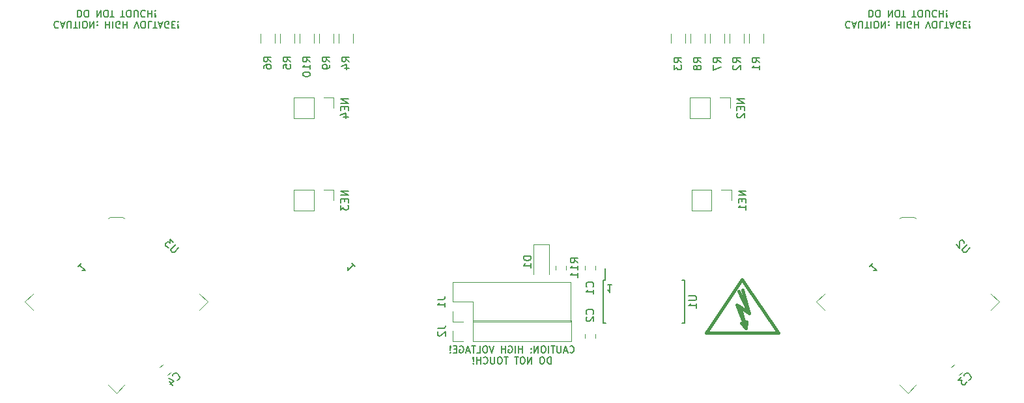
<source format=gbr>
G04 #@! TF.GenerationSoftware,KiCad,Pcbnew,8.0.4*
G04 #@! TF.CreationDate,2024-10-10T21:21:18-07:00*
G04 #@! TF.ProjectId,B5991,42353939-312e-46b6-9963-61645f706362,rev?*
G04 #@! TF.SameCoordinates,Original*
G04 #@! TF.FileFunction,Legend,Bot*
G04 #@! TF.FilePolarity,Positive*
%FSLAX46Y46*%
G04 Gerber Fmt 4.6, Leading zero omitted, Abs format (unit mm)*
G04 Created by KiCad (PCBNEW 8.0.4) date 2024-10-10 21:21:18*
%MOMM*%
%LPD*%
G01*
G04 APERTURE LIST*
%ADD10C,0.150000*%
%ADD11C,0.152400*%
%ADD12C,0.381000*%
%ADD13C,0.120000*%
G04 APERTURE END LIST*
D10*
X92742825Y-110575963D02*
X92338764Y-110980024D01*
X92540794Y-110777994D02*
X93247901Y-111485100D01*
X93247901Y-111485100D02*
X93079542Y-111451429D01*
X93079542Y-111451429D02*
X92944855Y-111451429D01*
X92944855Y-111451429D02*
X92843840Y-111485100D01*
X161728114Y-113311780D02*
X161156686Y-113311780D01*
X161442400Y-113311780D02*
X161442400Y-114311780D01*
X161442400Y-114311780D02*
X161347162Y-114168923D01*
X161347162Y-114168923D02*
X161251924Y-114073685D01*
X161251924Y-114073685D02*
X161156686Y-114026066D01*
X128311036Y-110980025D02*
X127906975Y-110575964D01*
X128109005Y-110777994D02*
X127401899Y-111485101D01*
X127401899Y-111485101D02*
X127435570Y-111316742D01*
X127435570Y-111316742D02*
X127435570Y-111182055D01*
X127435570Y-111182055D02*
X127401899Y-111081040D01*
D11*
X156256564Y-122132657D02*
X156298897Y-122174991D01*
X156298897Y-122174991D02*
X156425897Y-122217324D01*
X156425897Y-122217324D02*
X156510564Y-122217324D01*
X156510564Y-122217324D02*
X156637564Y-122174991D01*
X156637564Y-122174991D02*
X156722231Y-122090324D01*
X156722231Y-122090324D02*
X156764564Y-122005657D01*
X156764564Y-122005657D02*
X156806897Y-121836324D01*
X156806897Y-121836324D02*
X156806897Y-121709324D01*
X156806897Y-121709324D02*
X156764564Y-121539991D01*
X156764564Y-121539991D02*
X156722231Y-121455324D01*
X156722231Y-121455324D02*
X156637564Y-121370657D01*
X156637564Y-121370657D02*
X156510564Y-121328324D01*
X156510564Y-121328324D02*
X156425897Y-121328324D01*
X156425897Y-121328324D02*
X156298897Y-121370657D01*
X156298897Y-121370657D02*
X156256564Y-121412991D01*
X155917897Y-121963324D02*
X155494564Y-121963324D01*
X156002564Y-122217324D02*
X155706231Y-121328324D01*
X155706231Y-121328324D02*
X155409897Y-122217324D01*
X155113564Y-121328324D02*
X155113564Y-122047991D01*
X155113564Y-122047991D02*
X155071231Y-122132657D01*
X155071231Y-122132657D02*
X155028897Y-122174991D01*
X155028897Y-122174991D02*
X154944231Y-122217324D01*
X154944231Y-122217324D02*
X154774897Y-122217324D01*
X154774897Y-122217324D02*
X154690231Y-122174991D01*
X154690231Y-122174991D02*
X154647897Y-122132657D01*
X154647897Y-122132657D02*
X154605564Y-122047991D01*
X154605564Y-122047991D02*
X154605564Y-121328324D01*
X154309231Y-121328324D02*
X153801231Y-121328324D01*
X154055231Y-122217324D02*
X154055231Y-121328324D01*
X153504898Y-122217324D02*
X153504898Y-121328324D01*
X152912232Y-121328324D02*
X152742898Y-121328324D01*
X152742898Y-121328324D02*
X152658232Y-121370657D01*
X152658232Y-121370657D02*
X152573565Y-121455324D01*
X152573565Y-121455324D02*
X152531232Y-121624657D01*
X152531232Y-121624657D02*
X152531232Y-121920991D01*
X152531232Y-121920991D02*
X152573565Y-122090324D01*
X152573565Y-122090324D02*
X152658232Y-122174991D01*
X152658232Y-122174991D02*
X152742898Y-122217324D01*
X152742898Y-122217324D02*
X152912232Y-122217324D01*
X152912232Y-122217324D02*
X152996898Y-122174991D01*
X152996898Y-122174991D02*
X153081565Y-122090324D01*
X153081565Y-122090324D02*
X153123898Y-121920991D01*
X153123898Y-121920991D02*
X153123898Y-121624657D01*
X153123898Y-121624657D02*
X153081565Y-121455324D01*
X153081565Y-121455324D02*
X152996898Y-121370657D01*
X152996898Y-121370657D02*
X152912232Y-121328324D01*
X152150232Y-122217324D02*
X152150232Y-121328324D01*
X152150232Y-121328324D02*
X151642232Y-122217324D01*
X151642232Y-122217324D02*
X151642232Y-121328324D01*
X151218899Y-122132657D02*
X151176566Y-122174991D01*
X151176566Y-122174991D02*
X151218899Y-122217324D01*
X151218899Y-122217324D02*
X151261232Y-122174991D01*
X151261232Y-122174991D02*
X151218899Y-122132657D01*
X151218899Y-122132657D02*
X151218899Y-122217324D01*
X151218899Y-121666991D02*
X151176566Y-121709324D01*
X151176566Y-121709324D02*
X151218899Y-121751657D01*
X151218899Y-121751657D02*
X151261232Y-121709324D01*
X151261232Y-121709324D02*
X151218899Y-121666991D01*
X151218899Y-121666991D02*
X151218899Y-121751657D01*
X150118233Y-122217324D02*
X150118233Y-121328324D01*
X150118233Y-121751657D02*
X149610233Y-121751657D01*
X149610233Y-122217324D02*
X149610233Y-121328324D01*
X149186900Y-122217324D02*
X149186900Y-121328324D01*
X148297900Y-121370657D02*
X148382567Y-121328324D01*
X148382567Y-121328324D02*
X148509567Y-121328324D01*
X148509567Y-121328324D02*
X148636567Y-121370657D01*
X148636567Y-121370657D02*
X148721234Y-121455324D01*
X148721234Y-121455324D02*
X148763567Y-121539991D01*
X148763567Y-121539991D02*
X148805900Y-121709324D01*
X148805900Y-121709324D02*
X148805900Y-121836324D01*
X148805900Y-121836324D02*
X148763567Y-122005657D01*
X148763567Y-122005657D02*
X148721234Y-122090324D01*
X148721234Y-122090324D02*
X148636567Y-122174991D01*
X148636567Y-122174991D02*
X148509567Y-122217324D01*
X148509567Y-122217324D02*
X148424900Y-122217324D01*
X148424900Y-122217324D02*
X148297900Y-122174991D01*
X148297900Y-122174991D02*
X148255567Y-122132657D01*
X148255567Y-122132657D02*
X148255567Y-121836324D01*
X148255567Y-121836324D02*
X148424900Y-121836324D01*
X147874567Y-122217324D02*
X147874567Y-121328324D01*
X147874567Y-121751657D02*
X147366567Y-121751657D01*
X147366567Y-122217324D02*
X147366567Y-121328324D01*
X146392901Y-121328324D02*
X146096568Y-122217324D01*
X146096568Y-122217324D02*
X145800234Y-121328324D01*
X145334568Y-121328324D02*
X145165234Y-121328324D01*
X145165234Y-121328324D02*
X145080568Y-121370657D01*
X145080568Y-121370657D02*
X144995901Y-121455324D01*
X144995901Y-121455324D02*
X144953568Y-121624657D01*
X144953568Y-121624657D02*
X144953568Y-121920991D01*
X144953568Y-121920991D02*
X144995901Y-122090324D01*
X144995901Y-122090324D02*
X145080568Y-122174991D01*
X145080568Y-122174991D02*
X145165234Y-122217324D01*
X145165234Y-122217324D02*
X145334568Y-122217324D01*
X145334568Y-122217324D02*
X145419234Y-122174991D01*
X145419234Y-122174991D02*
X145503901Y-122090324D01*
X145503901Y-122090324D02*
X145546234Y-121920991D01*
X145546234Y-121920991D02*
X145546234Y-121624657D01*
X145546234Y-121624657D02*
X145503901Y-121455324D01*
X145503901Y-121455324D02*
X145419234Y-121370657D01*
X145419234Y-121370657D02*
X145334568Y-121328324D01*
X144149235Y-122217324D02*
X144572568Y-122217324D01*
X144572568Y-122217324D02*
X144572568Y-121328324D01*
X143979901Y-121328324D02*
X143471901Y-121328324D01*
X143725901Y-122217324D02*
X143725901Y-121328324D01*
X143217901Y-121963324D02*
X142794568Y-121963324D01*
X143302568Y-122217324D02*
X143006235Y-121328324D01*
X143006235Y-121328324D02*
X142709901Y-122217324D01*
X141947901Y-121370657D02*
X142032568Y-121328324D01*
X142032568Y-121328324D02*
X142159568Y-121328324D01*
X142159568Y-121328324D02*
X142286568Y-121370657D01*
X142286568Y-121370657D02*
X142371235Y-121455324D01*
X142371235Y-121455324D02*
X142413568Y-121539991D01*
X142413568Y-121539991D02*
X142455901Y-121709324D01*
X142455901Y-121709324D02*
X142455901Y-121836324D01*
X142455901Y-121836324D02*
X142413568Y-122005657D01*
X142413568Y-122005657D02*
X142371235Y-122090324D01*
X142371235Y-122090324D02*
X142286568Y-122174991D01*
X142286568Y-122174991D02*
X142159568Y-122217324D01*
X142159568Y-122217324D02*
X142074901Y-122217324D01*
X142074901Y-122217324D02*
X141947901Y-122174991D01*
X141947901Y-122174991D02*
X141905568Y-122132657D01*
X141905568Y-122132657D02*
X141905568Y-121836324D01*
X141905568Y-121836324D02*
X142074901Y-121836324D01*
X141524568Y-121751657D02*
X141228235Y-121751657D01*
X141101235Y-122217324D02*
X141524568Y-122217324D01*
X141524568Y-122217324D02*
X141524568Y-121328324D01*
X141524568Y-121328324D02*
X141101235Y-121328324D01*
X140720235Y-122132657D02*
X140677902Y-122174991D01*
X140677902Y-122174991D02*
X140720235Y-122217324D01*
X140720235Y-122217324D02*
X140762568Y-122174991D01*
X140762568Y-122174991D02*
X140720235Y-122132657D01*
X140720235Y-122132657D02*
X140720235Y-122217324D01*
X140720235Y-121878657D02*
X140762568Y-121370657D01*
X140762568Y-121370657D02*
X140720235Y-121328324D01*
X140720235Y-121328324D02*
X140677902Y-121370657D01*
X140677902Y-121370657D02*
X140720235Y-121878657D01*
X140720235Y-121878657D02*
X140720235Y-121328324D01*
X153780064Y-123648564D02*
X153780064Y-122759564D01*
X153780064Y-122759564D02*
X153568397Y-122759564D01*
X153568397Y-122759564D02*
X153441397Y-122801897D01*
X153441397Y-122801897D02*
X153356731Y-122886564D01*
X153356731Y-122886564D02*
X153314397Y-122971231D01*
X153314397Y-122971231D02*
X153272064Y-123140564D01*
X153272064Y-123140564D02*
X153272064Y-123267564D01*
X153272064Y-123267564D02*
X153314397Y-123436897D01*
X153314397Y-123436897D02*
X153356731Y-123521564D01*
X153356731Y-123521564D02*
X153441397Y-123606231D01*
X153441397Y-123606231D02*
X153568397Y-123648564D01*
X153568397Y-123648564D02*
X153780064Y-123648564D01*
X152721731Y-122759564D02*
X152552397Y-122759564D01*
X152552397Y-122759564D02*
X152467731Y-122801897D01*
X152467731Y-122801897D02*
X152383064Y-122886564D01*
X152383064Y-122886564D02*
X152340731Y-123055897D01*
X152340731Y-123055897D02*
X152340731Y-123352231D01*
X152340731Y-123352231D02*
X152383064Y-123521564D01*
X152383064Y-123521564D02*
X152467731Y-123606231D01*
X152467731Y-123606231D02*
X152552397Y-123648564D01*
X152552397Y-123648564D02*
X152721731Y-123648564D01*
X152721731Y-123648564D02*
X152806397Y-123606231D01*
X152806397Y-123606231D02*
X152891064Y-123521564D01*
X152891064Y-123521564D02*
X152933397Y-123352231D01*
X152933397Y-123352231D02*
X152933397Y-123055897D01*
X152933397Y-123055897D02*
X152891064Y-122886564D01*
X152891064Y-122886564D02*
X152806397Y-122801897D01*
X152806397Y-122801897D02*
X152721731Y-122759564D01*
X151282398Y-123648564D02*
X151282398Y-122759564D01*
X151282398Y-122759564D02*
X150774398Y-123648564D01*
X150774398Y-123648564D02*
X150774398Y-122759564D01*
X150181732Y-122759564D02*
X150012398Y-122759564D01*
X150012398Y-122759564D02*
X149927732Y-122801897D01*
X149927732Y-122801897D02*
X149843065Y-122886564D01*
X149843065Y-122886564D02*
X149800732Y-123055897D01*
X149800732Y-123055897D02*
X149800732Y-123352231D01*
X149800732Y-123352231D02*
X149843065Y-123521564D01*
X149843065Y-123521564D02*
X149927732Y-123606231D01*
X149927732Y-123606231D02*
X150012398Y-123648564D01*
X150012398Y-123648564D02*
X150181732Y-123648564D01*
X150181732Y-123648564D02*
X150266398Y-123606231D01*
X150266398Y-123606231D02*
X150351065Y-123521564D01*
X150351065Y-123521564D02*
X150393398Y-123352231D01*
X150393398Y-123352231D02*
X150393398Y-123055897D01*
X150393398Y-123055897D02*
X150351065Y-122886564D01*
X150351065Y-122886564D02*
X150266398Y-122801897D01*
X150266398Y-122801897D02*
X150181732Y-122759564D01*
X149546732Y-122759564D02*
X149038732Y-122759564D01*
X149292732Y-123648564D02*
X149292732Y-122759564D01*
X148192066Y-122759564D02*
X147684066Y-122759564D01*
X147938066Y-123648564D02*
X147938066Y-122759564D01*
X147218400Y-122759564D02*
X147049066Y-122759564D01*
X147049066Y-122759564D02*
X146964400Y-122801897D01*
X146964400Y-122801897D02*
X146879733Y-122886564D01*
X146879733Y-122886564D02*
X146837400Y-123055897D01*
X146837400Y-123055897D02*
X146837400Y-123352231D01*
X146837400Y-123352231D02*
X146879733Y-123521564D01*
X146879733Y-123521564D02*
X146964400Y-123606231D01*
X146964400Y-123606231D02*
X147049066Y-123648564D01*
X147049066Y-123648564D02*
X147218400Y-123648564D01*
X147218400Y-123648564D02*
X147303066Y-123606231D01*
X147303066Y-123606231D02*
X147387733Y-123521564D01*
X147387733Y-123521564D02*
X147430066Y-123352231D01*
X147430066Y-123352231D02*
X147430066Y-123055897D01*
X147430066Y-123055897D02*
X147387733Y-122886564D01*
X147387733Y-122886564D02*
X147303066Y-122801897D01*
X147303066Y-122801897D02*
X147218400Y-122759564D01*
X146456400Y-122759564D02*
X146456400Y-123479231D01*
X146456400Y-123479231D02*
X146414067Y-123563897D01*
X146414067Y-123563897D02*
X146371733Y-123606231D01*
X146371733Y-123606231D02*
X146287067Y-123648564D01*
X146287067Y-123648564D02*
X146117733Y-123648564D01*
X146117733Y-123648564D02*
X146033067Y-123606231D01*
X146033067Y-123606231D02*
X145990733Y-123563897D01*
X145990733Y-123563897D02*
X145948400Y-123479231D01*
X145948400Y-123479231D02*
X145948400Y-122759564D01*
X145017067Y-123563897D02*
X145059400Y-123606231D01*
X145059400Y-123606231D02*
X145186400Y-123648564D01*
X145186400Y-123648564D02*
X145271067Y-123648564D01*
X145271067Y-123648564D02*
X145398067Y-123606231D01*
X145398067Y-123606231D02*
X145482734Y-123521564D01*
X145482734Y-123521564D02*
X145525067Y-123436897D01*
X145525067Y-123436897D02*
X145567400Y-123267564D01*
X145567400Y-123267564D02*
X145567400Y-123140564D01*
X145567400Y-123140564D02*
X145525067Y-122971231D01*
X145525067Y-122971231D02*
X145482734Y-122886564D01*
X145482734Y-122886564D02*
X145398067Y-122801897D01*
X145398067Y-122801897D02*
X145271067Y-122759564D01*
X145271067Y-122759564D02*
X145186400Y-122759564D01*
X145186400Y-122759564D02*
X145059400Y-122801897D01*
X145059400Y-122801897D02*
X145017067Y-122844231D01*
X144636067Y-123648564D02*
X144636067Y-122759564D01*
X144636067Y-123182897D02*
X144128067Y-123182897D01*
X144128067Y-123648564D02*
X144128067Y-122759564D01*
X143704734Y-123563897D02*
X143662401Y-123606231D01*
X143662401Y-123606231D02*
X143704734Y-123648564D01*
X143704734Y-123648564D02*
X143747067Y-123606231D01*
X143747067Y-123606231D02*
X143704734Y-123563897D01*
X143704734Y-123563897D02*
X143704734Y-123648564D01*
X143704734Y-123309897D02*
X143747067Y-122801897D01*
X143747067Y-122801897D02*
X143704734Y-122759564D01*
X143704734Y-122759564D02*
X143662401Y-122801897D01*
X143662401Y-122801897D02*
X143704734Y-123309897D01*
X143704734Y-123309897D02*
X143704734Y-122759564D01*
X89793235Y-79111542D02*
X89750902Y-79069209D01*
X89750902Y-79069209D02*
X89623902Y-79026875D01*
X89623902Y-79026875D02*
X89539235Y-79026875D01*
X89539235Y-79026875D02*
X89412235Y-79069209D01*
X89412235Y-79069209D02*
X89327569Y-79153875D01*
X89327569Y-79153875D02*
X89285235Y-79238542D01*
X89285235Y-79238542D02*
X89242902Y-79407875D01*
X89242902Y-79407875D02*
X89242902Y-79534875D01*
X89242902Y-79534875D02*
X89285235Y-79704209D01*
X89285235Y-79704209D02*
X89327569Y-79788875D01*
X89327569Y-79788875D02*
X89412235Y-79873542D01*
X89412235Y-79873542D02*
X89539235Y-79915875D01*
X89539235Y-79915875D02*
X89623902Y-79915875D01*
X89623902Y-79915875D02*
X89750902Y-79873542D01*
X89750902Y-79873542D02*
X89793235Y-79831209D01*
X90131902Y-79280875D02*
X90555235Y-79280875D01*
X90047235Y-79026875D02*
X90343569Y-79915875D01*
X90343569Y-79915875D02*
X90639902Y-79026875D01*
X90936235Y-79915875D02*
X90936235Y-79196209D01*
X90936235Y-79196209D02*
X90978569Y-79111542D01*
X90978569Y-79111542D02*
X91020902Y-79069209D01*
X91020902Y-79069209D02*
X91105569Y-79026875D01*
X91105569Y-79026875D02*
X91274902Y-79026875D01*
X91274902Y-79026875D02*
X91359569Y-79069209D01*
X91359569Y-79069209D02*
X91401902Y-79111542D01*
X91401902Y-79111542D02*
X91444235Y-79196209D01*
X91444235Y-79196209D02*
X91444235Y-79915875D01*
X91740568Y-79915875D02*
X92248568Y-79915875D01*
X91994568Y-79026875D02*
X91994568Y-79915875D01*
X92544901Y-79026875D02*
X92544901Y-79915875D01*
X93137568Y-79915875D02*
X93306901Y-79915875D01*
X93306901Y-79915875D02*
X93391568Y-79873542D01*
X93391568Y-79873542D02*
X93476234Y-79788875D01*
X93476234Y-79788875D02*
X93518568Y-79619542D01*
X93518568Y-79619542D02*
X93518568Y-79323209D01*
X93518568Y-79323209D02*
X93476234Y-79153875D01*
X93476234Y-79153875D02*
X93391568Y-79069209D01*
X93391568Y-79069209D02*
X93306901Y-79026875D01*
X93306901Y-79026875D02*
X93137568Y-79026875D01*
X93137568Y-79026875D02*
X93052901Y-79069209D01*
X93052901Y-79069209D02*
X92968234Y-79153875D01*
X92968234Y-79153875D02*
X92925901Y-79323209D01*
X92925901Y-79323209D02*
X92925901Y-79619542D01*
X92925901Y-79619542D02*
X92968234Y-79788875D01*
X92968234Y-79788875D02*
X93052901Y-79873542D01*
X93052901Y-79873542D02*
X93137568Y-79915875D01*
X93899567Y-79026875D02*
X93899567Y-79915875D01*
X93899567Y-79915875D02*
X94407567Y-79026875D01*
X94407567Y-79026875D02*
X94407567Y-79915875D01*
X94830900Y-79111542D02*
X94873234Y-79069209D01*
X94873234Y-79069209D02*
X94830900Y-79026875D01*
X94830900Y-79026875D02*
X94788567Y-79069209D01*
X94788567Y-79069209D02*
X94830900Y-79111542D01*
X94830900Y-79111542D02*
X94830900Y-79026875D01*
X94830900Y-79577209D02*
X94873234Y-79534875D01*
X94873234Y-79534875D02*
X94830900Y-79492542D01*
X94830900Y-79492542D02*
X94788567Y-79534875D01*
X94788567Y-79534875D02*
X94830900Y-79577209D01*
X94830900Y-79577209D02*
X94830900Y-79492542D01*
X95931566Y-79026875D02*
X95931566Y-79915875D01*
X95931566Y-79492542D02*
X96439566Y-79492542D01*
X96439566Y-79026875D02*
X96439566Y-79915875D01*
X96862899Y-79026875D02*
X96862899Y-79915875D01*
X97751899Y-79873542D02*
X97667232Y-79915875D01*
X97667232Y-79915875D02*
X97540232Y-79915875D01*
X97540232Y-79915875D02*
X97413232Y-79873542D01*
X97413232Y-79873542D02*
X97328566Y-79788875D01*
X97328566Y-79788875D02*
X97286232Y-79704209D01*
X97286232Y-79704209D02*
X97243899Y-79534875D01*
X97243899Y-79534875D02*
X97243899Y-79407875D01*
X97243899Y-79407875D02*
X97286232Y-79238542D01*
X97286232Y-79238542D02*
X97328566Y-79153875D01*
X97328566Y-79153875D02*
X97413232Y-79069209D01*
X97413232Y-79069209D02*
X97540232Y-79026875D01*
X97540232Y-79026875D02*
X97624899Y-79026875D01*
X97624899Y-79026875D02*
X97751899Y-79069209D01*
X97751899Y-79069209D02*
X97794232Y-79111542D01*
X97794232Y-79111542D02*
X97794232Y-79407875D01*
X97794232Y-79407875D02*
X97624899Y-79407875D01*
X98175232Y-79026875D02*
X98175232Y-79915875D01*
X98175232Y-79492542D02*
X98683232Y-79492542D01*
X98683232Y-79026875D02*
X98683232Y-79915875D01*
X99656898Y-79915875D02*
X99953232Y-79026875D01*
X99953232Y-79026875D02*
X100249565Y-79915875D01*
X100715232Y-79915875D02*
X100884565Y-79915875D01*
X100884565Y-79915875D02*
X100969232Y-79873542D01*
X100969232Y-79873542D02*
X101053898Y-79788875D01*
X101053898Y-79788875D02*
X101096232Y-79619542D01*
X101096232Y-79619542D02*
X101096232Y-79323209D01*
X101096232Y-79323209D02*
X101053898Y-79153875D01*
X101053898Y-79153875D02*
X100969232Y-79069209D01*
X100969232Y-79069209D02*
X100884565Y-79026875D01*
X100884565Y-79026875D02*
X100715232Y-79026875D01*
X100715232Y-79026875D02*
X100630565Y-79069209D01*
X100630565Y-79069209D02*
X100545898Y-79153875D01*
X100545898Y-79153875D02*
X100503565Y-79323209D01*
X100503565Y-79323209D02*
X100503565Y-79619542D01*
X100503565Y-79619542D02*
X100545898Y-79788875D01*
X100545898Y-79788875D02*
X100630565Y-79873542D01*
X100630565Y-79873542D02*
X100715232Y-79915875D01*
X101900565Y-79026875D02*
X101477231Y-79026875D01*
X101477231Y-79026875D02*
X101477231Y-79915875D01*
X102069898Y-79915875D02*
X102577898Y-79915875D01*
X102323898Y-79026875D02*
X102323898Y-79915875D01*
X102831898Y-79280875D02*
X103255231Y-79280875D01*
X102747231Y-79026875D02*
X103043565Y-79915875D01*
X103043565Y-79915875D02*
X103339898Y-79026875D01*
X104101898Y-79873542D02*
X104017231Y-79915875D01*
X104017231Y-79915875D02*
X103890231Y-79915875D01*
X103890231Y-79915875D02*
X103763231Y-79873542D01*
X103763231Y-79873542D02*
X103678565Y-79788875D01*
X103678565Y-79788875D02*
X103636231Y-79704209D01*
X103636231Y-79704209D02*
X103593898Y-79534875D01*
X103593898Y-79534875D02*
X103593898Y-79407875D01*
X103593898Y-79407875D02*
X103636231Y-79238542D01*
X103636231Y-79238542D02*
X103678565Y-79153875D01*
X103678565Y-79153875D02*
X103763231Y-79069209D01*
X103763231Y-79069209D02*
X103890231Y-79026875D01*
X103890231Y-79026875D02*
X103974898Y-79026875D01*
X103974898Y-79026875D02*
X104101898Y-79069209D01*
X104101898Y-79069209D02*
X104144231Y-79111542D01*
X104144231Y-79111542D02*
X104144231Y-79407875D01*
X104144231Y-79407875D02*
X103974898Y-79407875D01*
X104525231Y-79492542D02*
X104821565Y-79492542D01*
X104948565Y-79026875D02*
X104525231Y-79026875D01*
X104525231Y-79026875D02*
X104525231Y-79915875D01*
X104525231Y-79915875D02*
X104948565Y-79915875D01*
X105329564Y-79111542D02*
X105371898Y-79069209D01*
X105371898Y-79069209D02*
X105329564Y-79026875D01*
X105329564Y-79026875D02*
X105287231Y-79069209D01*
X105287231Y-79069209D02*
X105329564Y-79111542D01*
X105329564Y-79111542D02*
X105329564Y-79026875D01*
X105329564Y-79365542D02*
X105287231Y-79873542D01*
X105287231Y-79873542D02*
X105329564Y-79915875D01*
X105329564Y-79915875D02*
X105371898Y-79873542D01*
X105371898Y-79873542D02*
X105329564Y-79365542D01*
X105329564Y-79365542D02*
X105329564Y-79915875D01*
X92269735Y-77595635D02*
X92269735Y-78484635D01*
X92269735Y-78484635D02*
X92481402Y-78484635D01*
X92481402Y-78484635D02*
X92608402Y-78442302D01*
X92608402Y-78442302D02*
X92693069Y-78357635D01*
X92693069Y-78357635D02*
X92735402Y-78272969D01*
X92735402Y-78272969D02*
X92777735Y-78103635D01*
X92777735Y-78103635D02*
X92777735Y-77976635D01*
X92777735Y-77976635D02*
X92735402Y-77807302D01*
X92735402Y-77807302D02*
X92693069Y-77722635D01*
X92693069Y-77722635D02*
X92608402Y-77637969D01*
X92608402Y-77637969D02*
X92481402Y-77595635D01*
X92481402Y-77595635D02*
X92269735Y-77595635D01*
X93328069Y-78484635D02*
X93497402Y-78484635D01*
X93497402Y-78484635D02*
X93582069Y-78442302D01*
X93582069Y-78442302D02*
X93666735Y-78357635D01*
X93666735Y-78357635D02*
X93709069Y-78188302D01*
X93709069Y-78188302D02*
X93709069Y-77891969D01*
X93709069Y-77891969D02*
X93666735Y-77722635D01*
X93666735Y-77722635D02*
X93582069Y-77637969D01*
X93582069Y-77637969D02*
X93497402Y-77595635D01*
X93497402Y-77595635D02*
X93328069Y-77595635D01*
X93328069Y-77595635D02*
X93243402Y-77637969D01*
X93243402Y-77637969D02*
X93158735Y-77722635D01*
X93158735Y-77722635D02*
X93116402Y-77891969D01*
X93116402Y-77891969D02*
X93116402Y-78188302D01*
X93116402Y-78188302D02*
X93158735Y-78357635D01*
X93158735Y-78357635D02*
X93243402Y-78442302D01*
X93243402Y-78442302D02*
X93328069Y-78484635D01*
X94767401Y-77595635D02*
X94767401Y-78484635D01*
X94767401Y-78484635D02*
X95275401Y-77595635D01*
X95275401Y-77595635D02*
X95275401Y-78484635D01*
X95868068Y-78484635D02*
X96037401Y-78484635D01*
X96037401Y-78484635D02*
X96122068Y-78442302D01*
X96122068Y-78442302D02*
X96206734Y-78357635D01*
X96206734Y-78357635D02*
X96249068Y-78188302D01*
X96249068Y-78188302D02*
X96249068Y-77891969D01*
X96249068Y-77891969D02*
X96206734Y-77722635D01*
X96206734Y-77722635D02*
X96122068Y-77637969D01*
X96122068Y-77637969D02*
X96037401Y-77595635D01*
X96037401Y-77595635D02*
X95868068Y-77595635D01*
X95868068Y-77595635D02*
X95783401Y-77637969D01*
X95783401Y-77637969D02*
X95698734Y-77722635D01*
X95698734Y-77722635D02*
X95656401Y-77891969D01*
X95656401Y-77891969D02*
X95656401Y-78188302D01*
X95656401Y-78188302D02*
X95698734Y-78357635D01*
X95698734Y-78357635D02*
X95783401Y-78442302D01*
X95783401Y-78442302D02*
X95868068Y-78484635D01*
X96503067Y-78484635D02*
X97011067Y-78484635D01*
X96757067Y-77595635D02*
X96757067Y-78484635D01*
X97857733Y-78484635D02*
X98365733Y-78484635D01*
X98111733Y-77595635D02*
X98111733Y-78484635D01*
X98831400Y-78484635D02*
X99000733Y-78484635D01*
X99000733Y-78484635D02*
X99085400Y-78442302D01*
X99085400Y-78442302D02*
X99170066Y-78357635D01*
X99170066Y-78357635D02*
X99212400Y-78188302D01*
X99212400Y-78188302D02*
X99212400Y-77891969D01*
X99212400Y-77891969D02*
X99170066Y-77722635D01*
X99170066Y-77722635D02*
X99085400Y-77637969D01*
X99085400Y-77637969D02*
X99000733Y-77595635D01*
X99000733Y-77595635D02*
X98831400Y-77595635D01*
X98831400Y-77595635D02*
X98746733Y-77637969D01*
X98746733Y-77637969D02*
X98662066Y-77722635D01*
X98662066Y-77722635D02*
X98619733Y-77891969D01*
X98619733Y-77891969D02*
X98619733Y-78188302D01*
X98619733Y-78188302D02*
X98662066Y-78357635D01*
X98662066Y-78357635D02*
X98746733Y-78442302D01*
X98746733Y-78442302D02*
X98831400Y-78484635D01*
X99593399Y-78484635D02*
X99593399Y-77764969D01*
X99593399Y-77764969D02*
X99635733Y-77680302D01*
X99635733Y-77680302D02*
X99678066Y-77637969D01*
X99678066Y-77637969D02*
X99762733Y-77595635D01*
X99762733Y-77595635D02*
X99932066Y-77595635D01*
X99932066Y-77595635D02*
X100016733Y-77637969D01*
X100016733Y-77637969D02*
X100059066Y-77680302D01*
X100059066Y-77680302D02*
X100101399Y-77764969D01*
X100101399Y-77764969D02*
X100101399Y-78484635D01*
X101032732Y-77680302D02*
X100990399Y-77637969D01*
X100990399Y-77637969D02*
X100863399Y-77595635D01*
X100863399Y-77595635D02*
X100778732Y-77595635D01*
X100778732Y-77595635D02*
X100651732Y-77637969D01*
X100651732Y-77637969D02*
X100567066Y-77722635D01*
X100567066Y-77722635D02*
X100524732Y-77807302D01*
X100524732Y-77807302D02*
X100482399Y-77976635D01*
X100482399Y-77976635D02*
X100482399Y-78103635D01*
X100482399Y-78103635D02*
X100524732Y-78272969D01*
X100524732Y-78272969D02*
X100567066Y-78357635D01*
X100567066Y-78357635D02*
X100651732Y-78442302D01*
X100651732Y-78442302D02*
X100778732Y-78484635D01*
X100778732Y-78484635D02*
X100863399Y-78484635D01*
X100863399Y-78484635D02*
X100990399Y-78442302D01*
X100990399Y-78442302D02*
X101032732Y-78399969D01*
X101413732Y-77595635D02*
X101413732Y-78484635D01*
X101413732Y-78061302D02*
X101921732Y-78061302D01*
X101921732Y-77595635D02*
X101921732Y-78484635D01*
X102345065Y-77680302D02*
X102387399Y-77637969D01*
X102387399Y-77637969D02*
X102345065Y-77595635D01*
X102345065Y-77595635D02*
X102302732Y-77637969D01*
X102302732Y-77637969D02*
X102345065Y-77680302D01*
X102345065Y-77680302D02*
X102345065Y-77595635D01*
X102345065Y-77934302D02*
X102302732Y-78442302D01*
X102302732Y-78442302D02*
X102345065Y-78484635D01*
X102345065Y-78484635D02*
X102387399Y-78442302D01*
X102387399Y-78442302D02*
X102345065Y-77934302D01*
X102345065Y-77934302D02*
X102345065Y-78484635D01*
X192663235Y-79111542D02*
X192620902Y-79069209D01*
X192620902Y-79069209D02*
X192493902Y-79026875D01*
X192493902Y-79026875D02*
X192409235Y-79026875D01*
X192409235Y-79026875D02*
X192282235Y-79069209D01*
X192282235Y-79069209D02*
X192197569Y-79153875D01*
X192197569Y-79153875D02*
X192155235Y-79238542D01*
X192155235Y-79238542D02*
X192112902Y-79407875D01*
X192112902Y-79407875D02*
X192112902Y-79534875D01*
X192112902Y-79534875D02*
X192155235Y-79704209D01*
X192155235Y-79704209D02*
X192197569Y-79788875D01*
X192197569Y-79788875D02*
X192282235Y-79873542D01*
X192282235Y-79873542D02*
X192409235Y-79915875D01*
X192409235Y-79915875D02*
X192493902Y-79915875D01*
X192493902Y-79915875D02*
X192620902Y-79873542D01*
X192620902Y-79873542D02*
X192663235Y-79831209D01*
X193001902Y-79280875D02*
X193425235Y-79280875D01*
X192917235Y-79026875D02*
X193213569Y-79915875D01*
X193213569Y-79915875D02*
X193509902Y-79026875D01*
X193806235Y-79915875D02*
X193806235Y-79196209D01*
X193806235Y-79196209D02*
X193848569Y-79111542D01*
X193848569Y-79111542D02*
X193890902Y-79069209D01*
X193890902Y-79069209D02*
X193975569Y-79026875D01*
X193975569Y-79026875D02*
X194144902Y-79026875D01*
X194144902Y-79026875D02*
X194229569Y-79069209D01*
X194229569Y-79069209D02*
X194271902Y-79111542D01*
X194271902Y-79111542D02*
X194314235Y-79196209D01*
X194314235Y-79196209D02*
X194314235Y-79915875D01*
X194610568Y-79915875D02*
X195118568Y-79915875D01*
X194864568Y-79026875D02*
X194864568Y-79915875D01*
X195414901Y-79026875D02*
X195414901Y-79915875D01*
X196007568Y-79915875D02*
X196176901Y-79915875D01*
X196176901Y-79915875D02*
X196261568Y-79873542D01*
X196261568Y-79873542D02*
X196346234Y-79788875D01*
X196346234Y-79788875D02*
X196388568Y-79619542D01*
X196388568Y-79619542D02*
X196388568Y-79323209D01*
X196388568Y-79323209D02*
X196346234Y-79153875D01*
X196346234Y-79153875D02*
X196261568Y-79069209D01*
X196261568Y-79069209D02*
X196176901Y-79026875D01*
X196176901Y-79026875D02*
X196007568Y-79026875D01*
X196007568Y-79026875D02*
X195922901Y-79069209D01*
X195922901Y-79069209D02*
X195838234Y-79153875D01*
X195838234Y-79153875D02*
X195795901Y-79323209D01*
X195795901Y-79323209D02*
X195795901Y-79619542D01*
X195795901Y-79619542D02*
X195838234Y-79788875D01*
X195838234Y-79788875D02*
X195922901Y-79873542D01*
X195922901Y-79873542D02*
X196007568Y-79915875D01*
X196769567Y-79026875D02*
X196769567Y-79915875D01*
X196769567Y-79915875D02*
X197277567Y-79026875D01*
X197277567Y-79026875D02*
X197277567Y-79915875D01*
X197700900Y-79111542D02*
X197743234Y-79069209D01*
X197743234Y-79069209D02*
X197700900Y-79026875D01*
X197700900Y-79026875D02*
X197658567Y-79069209D01*
X197658567Y-79069209D02*
X197700900Y-79111542D01*
X197700900Y-79111542D02*
X197700900Y-79026875D01*
X197700900Y-79577209D02*
X197743234Y-79534875D01*
X197743234Y-79534875D02*
X197700900Y-79492542D01*
X197700900Y-79492542D02*
X197658567Y-79534875D01*
X197658567Y-79534875D02*
X197700900Y-79577209D01*
X197700900Y-79577209D02*
X197700900Y-79492542D01*
X198801566Y-79026875D02*
X198801566Y-79915875D01*
X198801566Y-79492542D02*
X199309566Y-79492542D01*
X199309566Y-79026875D02*
X199309566Y-79915875D01*
X199732899Y-79026875D02*
X199732899Y-79915875D01*
X200621899Y-79873542D02*
X200537232Y-79915875D01*
X200537232Y-79915875D02*
X200410232Y-79915875D01*
X200410232Y-79915875D02*
X200283232Y-79873542D01*
X200283232Y-79873542D02*
X200198566Y-79788875D01*
X200198566Y-79788875D02*
X200156232Y-79704209D01*
X200156232Y-79704209D02*
X200113899Y-79534875D01*
X200113899Y-79534875D02*
X200113899Y-79407875D01*
X200113899Y-79407875D02*
X200156232Y-79238542D01*
X200156232Y-79238542D02*
X200198566Y-79153875D01*
X200198566Y-79153875D02*
X200283232Y-79069209D01*
X200283232Y-79069209D02*
X200410232Y-79026875D01*
X200410232Y-79026875D02*
X200494899Y-79026875D01*
X200494899Y-79026875D02*
X200621899Y-79069209D01*
X200621899Y-79069209D02*
X200664232Y-79111542D01*
X200664232Y-79111542D02*
X200664232Y-79407875D01*
X200664232Y-79407875D02*
X200494899Y-79407875D01*
X201045232Y-79026875D02*
X201045232Y-79915875D01*
X201045232Y-79492542D02*
X201553232Y-79492542D01*
X201553232Y-79026875D02*
X201553232Y-79915875D01*
X202526898Y-79915875D02*
X202823232Y-79026875D01*
X202823232Y-79026875D02*
X203119565Y-79915875D01*
X203585232Y-79915875D02*
X203754565Y-79915875D01*
X203754565Y-79915875D02*
X203839232Y-79873542D01*
X203839232Y-79873542D02*
X203923898Y-79788875D01*
X203923898Y-79788875D02*
X203966232Y-79619542D01*
X203966232Y-79619542D02*
X203966232Y-79323209D01*
X203966232Y-79323209D02*
X203923898Y-79153875D01*
X203923898Y-79153875D02*
X203839232Y-79069209D01*
X203839232Y-79069209D02*
X203754565Y-79026875D01*
X203754565Y-79026875D02*
X203585232Y-79026875D01*
X203585232Y-79026875D02*
X203500565Y-79069209D01*
X203500565Y-79069209D02*
X203415898Y-79153875D01*
X203415898Y-79153875D02*
X203373565Y-79323209D01*
X203373565Y-79323209D02*
X203373565Y-79619542D01*
X203373565Y-79619542D02*
X203415898Y-79788875D01*
X203415898Y-79788875D02*
X203500565Y-79873542D01*
X203500565Y-79873542D02*
X203585232Y-79915875D01*
X204770565Y-79026875D02*
X204347231Y-79026875D01*
X204347231Y-79026875D02*
X204347231Y-79915875D01*
X204939898Y-79915875D02*
X205447898Y-79915875D01*
X205193898Y-79026875D02*
X205193898Y-79915875D01*
X205701898Y-79280875D02*
X206125231Y-79280875D01*
X205617231Y-79026875D02*
X205913565Y-79915875D01*
X205913565Y-79915875D02*
X206209898Y-79026875D01*
X206971898Y-79873542D02*
X206887231Y-79915875D01*
X206887231Y-79915875D02*
X206760231Y-79915875D01*
X206760231Y-79915875D02*
X206633231Y-79873542D01*
X206633231Y-79873542D02*
X206548565Y-79788875D01*
X206548565Y-79788875D02*
X206506231Y-79704209D01*
X206506231Y-79704209D02*
X206463898Y-79534875D01*
X206463898Y-79534875D02*
X206463898Y-79407875D01*
X206463898Y-79407875D02*
X206506231Y-79238542D01*
X206506231Y-79238542D02*
X206548565Y-79153875D01*
X206548565Y-79153875D02*
X206633231Y-79069209D01*
X206633231Y-79069209D02*
X206760231Y-79026875D01*
X206760231Y-79026875D02*
X206844898Y-79026875D01*
X206844898Y-79026875D02*
X206971898Y-79069209D01*
X206971898Y-79069209D02*
X207014231Y-79111542D01*
X207014231Y-79111542D02*
X207014231Y-79407875D01*
X207014231Y-79407875D02*
X206844898Y-79407875D01*
X207395231Y-79492542D02*
X207691565Y-79492542D01*
X207818565Y-79026875D02*
X207395231Y-79026875D01*
X207395231Y-79026875D02*
X207395231Y-79915875D01*
X207395231Y-79915875D02*
X207818565Y-79915875D01*
X208199564Y-79111542D02*
X208241898Y-79069209D01*
X208241898Y-79069209D02*
X208199564Y-79026875D01*
X208199564Y-79026875D02*
X208157231Y-79069209D01*
X208157231Y-79069209D02*
X208199564Y-79111542D01*
X208199564Y-79111542D02*
X208199564Y-79026875D01*
X208199564Y-79365542D02*
X208157231Y-79873542D01*
X208157231Y-79873542D02*
X208199564Y-79915875D01*
X208199564Y-79915875D02*
X208241898Y-79873542D01*
X208241898Y-79873542D02*
X208199564Y-79365542D01*
X208199564Y-79365542D02*
X208199564Y-79915875D01*
X195139735Y-77595635D02*
X195139735Y-78484635D01*
X195139735Y-78484635D02*
X195351402Y-78484635D01*
X195351402Y-78484635D02*
X195478402Y-78442302D01*
X195478402Y-78442302D02*
X195563069Y-78357635D01*
X195563069Y-78357635D02*
X195605402Y-78272969D01*
X195605402Y-78272969D02*
X195647735Y-78103635D01*
X195647735Y-78103635D02*
X195647735Y-77976635D01*
X195647735Y-77976635D02*
X195605402Y-77807302D01*
X195605402Y-77807302D02*
X195563069Y-77722635D01*
X195563069Y-77722635D02*
X195478402Y-77637969D01*
X195478402Y-77637969D02*
X195351402Y-77595635D01*
X195351402Y-77595635D02*
X195139735Y-77595635D01*
X196198069Y-78484635D02*
X196367402Y-78484635D01*
X196367402Y-78484635D02*
X196452069Y-78442302D01*
X196452069Y-78442302D02*
X196536735Y-78357635D01*
X196536735Y-78357635D02*
X196579069Y-78188302D01*
X196579069Y-78188302D02*
X196579069Y-77891969D01*
X196579069Y-77891969D02*
X196536735Y-77722635D01*
X196536735Y-77722635D02*
X196452069Y-77637969D01*
X196452069Y-77637969D02*
X196367402Y-77595635D01*
X196367402Y-77595635D02*
X196198069Y-77595635D01*
X196198069Y-77595635D02*
X196113402Y-77637969D01*
X196113402Y-77637969D02*
X196028735Y-77722635D01*
X196028735Y-77722635D02*
X195986402Y-77891969D01*
X195986402Y-77891969D02*
X195986402Y-78188302D01*
X195986402Y-78188302D02*
X196028735Y-78357635D01*
X196028735Y-78357635D02*
X196113402Y-78442302D01*
X196113402Y-78442302D02*
X196198069Y-78484635D01*
X197637401Y-77595635D02*
X197637401Y-78484635D01*
X197637401Y-78484635D02*
X198145401Y-77595635D01*
X198145401Y-77595635D02*
X198145401Y-78484635D01*
X198738068Y-78484635D02*
X198907401Y-78484635D01*
X198907401Y-78484635D02*
X198992068Y-78442302D01*
X198992068Y-78442302D02*
X199076734Y-78357635D01*
X199076734Y-78357635D02*
X199119068Y-78188302D01*
X199119068Y-78188302D02*
X199119068Y-77891969D01*
X199119068Y-77891969D02*
X199076734Y-77722635D01*
X199076734Y-77722635D02*
X198992068Y-77637969D01*
X198992068Y-77637969D02*
X198907401Y-77595635D01*
X198907401Y-77595635D02*
X198738068Y-77595635D01*
X198738068Y-77595635D02*
X198653401Y-77637969D01*
X198653401Y-77637969D02*
X198568734Y-77722635D01*
X198568734Y-77722635D02*
X198526401Y-77891969D01*
X198526401Y-77891969D02*
X198526401Y-78188302D01*
X198526401Y-78188302D02*
X198568734Y-78357635D01*
X198568734Y-78357635D02*
X198653401Y-78442302D01*
X198653401Y-78442302D02*
X198738068Y-78484635D01*
X199373067Y-78484635D02*
X199881067Y-78484635D01*
X199627067Y-77595635D02*
X199627067Y-78484635D01*
X200727733Y-78484635D02*
X201235733Y-78484635D01*
X200981733Y-77595635D02*
X200981733Y-78484635D01*
X201701400Y-78484635D02*
X201870733Y-78484635D01*
X201870733Y-78484635D02*
X201955400Y-78442302D01*
X201955400Y-78442302D02*
X202040066Y-78357635D01*
X202040066Y-78357635D02*
X202082400Y-78188302D01*
X202082400Y-78188302D02*
X202082400Y-77891969D01*
X202082400Y-77891969D02*
X202040066Y-77722635D01*
X202040066Y-77722635D02*
X201955400Y-77637969D01*
X201955400Y-77637969D02*
X201870733Y-77595635D01*
X201870733Y-77595635D02*
X201701400Y-77595635D01*
X201701400Y-77595635D02*
X201616733Y-77637969D01*
X201616733Y-77637969D02*
X201532066Y-77722635D01*
X201532066Y-77722635D02*
X201489733Y-77891969D01*
X201489733Y-77891969D02*
X201489733Y-78188302D01*
X201489733Y-78188302D02*
X201532066Y-78357635D01*
X201532066Y-78357635D02*
X201616733Y-78442302D01*
X201616733Y-78442302D02*
X201701400Y-78484635D01*
X202463399Y-78484635D02*
X202463399Y-77764969D01*
X202463399Y-77764969D02*
X202505733Y-77680302D01*
X202505733Y-77680302D02*
X202548066Y-77637969D01*
X202548066Y-77637969D02*
X202632733Y-77595635D01*
X202632733Y-77595635D02*
X202802066Y-77595635D01*
X202802066Y-77595635D02*
X202886733Y-77637969D01*
X202886733Y-77637969D02*
X202929066Y-77680302D01*
X202929066Y-77680302D02*
X202971399Y-77764969D01*
X202971399Y-77764969D02*
X202971399Y-78484635D01*
X203902732Y-77680302D02*
X203860399Y-77637969D01*
X203860399Y-77637969D02*
X203733399Y-77595635D01*
X203733399Y-77595635D02*
X203648732Y-77595635D01*
X203648732Y-77595635D02*
X203521732Y-77637969D01*
X203521732Y-77637969D02*
X203437066Y-77722635D01*
X203437066Y-77722635D02*
X203394732Y-77807302D01*
X203394732Y-77807302D02*
X203352399Y-77976635D01*
X203352399Y-77976635D02*
X203352399Y-78103635D01*
X203352399Y-78103635D02*
X203394732Y-78272969D01*
X203394732Y-78272969D02*
X203437066Y-78357635D01*
X203437066Y-78357635D02*
X203521732Y-78442302D01*
X203521732Y-78442302D02*
X203648732Y-78484635D01*
X203648732Y-78484635D02*
X203733399Y-78484635D01*
X203733399Y-78484635D02*
X203860399Y-78442302D01*
X203860399Y-78442302D02*
X203902732Y-78399969D01*
X204283732Y-77595635D02*
X204283732Y-78484635D01*
X204283732Y-78061302D02*
X204791732Y-78061302D01*
X204791732Y-77595635D02*
X204791732Y-78484635D01*
X205215065Y-77680302D02*
X205257399Y-77637969D01*
X205257399Y-77637969D02*
X205215065Y-77595635D01*
X205215065Y-77595635D02*
X205172732Y-77637969D01*
X205172732Y-77637969D02*
X205215065Y-77680302D01*
X205215065Y-77680302D02*
X205215065Y-77595635D01*
X205215065Y-77934302D02*
X205172732Y-78442302D01*
X205172732Y-78442302D02*
X205215065Y-78484635D01*
X205215065Y-78484635D02*
X205257399Y-78442302D01*
X205257399Y-78442302D02*
X205215065Y-77934302D01*
X205215065Y-77934302D02*
X205215065Y-78484635D01*
D10*
X195612825Y-110575963D02*
X195208764Y-110980024D01*
X195410794Y-110777994D02*
X196117901Y-111485100D01*
X196117901Y-111485100D02*
X195949542Y-111451429D01*
X195949542Y-111451429D02*
X195814855Y-111451429D01*
X195814855Y-111451429D02*
X195713840Y-111485100D01*
X159261980Y-113599933D02*
X159309600Y-113552314D01*
X159309600Y-113552314D02*
X159357219Y-113409457D01*
X159357219Y-113409457D02*
X159357219Y-113314219D01*
X159357219Y-113314219D02*
X159309600Y-113171362D01*
X159309600Y-113171362D02*
X159214361Y-113076124D01*
X159214361Y-113076124D02*
X159119123Y-113028505D01*
X159119123Y-113028505D02*
X158928647Y-112980886D01*
X158928647Y-112980886D02*
X158785790Y-112980886D01*
X158785790Y-112980886D02*
X158595314Y-113028505D01*
X158595314Y-113028505D02*
X158500076Y-113076124D01*
X158500076Y-113076124D02*
X158404838Y-113171362D01*
X158404838Y-113171362D02*
X158357219Y-113314219D01*
X158357219Y-113314219D02*
X158357219Y-113409457D01*
X158357219Y-113409457D02*
X158404838Y-113552314D01*
X158404838Y-113552314D02*
X158452457Y-113599933D01*
X159357219Y-114552314D02*
X159357219Y-113980886D01*
X159357219Y-114266600D02*
X158357219Y-114266600D01*
X158357219Y-114266600D02*
X158500076Y-114171362D01*
X158500076Y-114171362D02*
X158595314Y-114076124D01*
X158595314Y-114076124D02*
X158642933Y-113980886D01*
X180947219Y-84389933D02*
X180471028Y-84056600D01*
X180947219Y-83818505D02*
X179947219Y-83818505D01*
X179947219Y-83818505D02*
X179947219Y-84199457D01*
X179947219Y-84199457D02*
X179994838Y-84294695D01*
X179994838Y-84294695D02*
X180042457Y-84342314D01*
X180042457Y-84342314D02*
X180137695Y-84389933D01*
X180137695Y-84389933D02*
X180280552Y-84389933D01*
X180280552Y-84389933D02*
X180375790Y-84342314D01*
X180375790Y-84342314D02*
X180423409Y-84294695D01*
X180423409Y-84294695D02*
X180471028Y-84199457D01*
X180471028Y-84199457D02*
X180471028Y-83818505D01*
X180947219Y-85342314D02*
X180947219Y-84770886D01*
X180947219Y-85056600D02*
X179947219Y-85056600D01*
X179947219Y-85056600D02*
X180090076Y-84961362D01*
X180090076Y-84961362D02*
X180185314Y-84866124D01*
X180185314Y-84866124D02*
X180232933Y-84770886D01*
X171717619Y-114782695D02*
X172527142Y-114782695D01*
X172527142Y-114782695D02*
X172622380Y-114830314D01*
X172622380Y-114830314D02*
X172670000Y-114877933D01*
X172670000Y-114877933D02*
X172717619Y-114973171D01*
X172717619Y-114973171D02*
X172717619Y-115163647D01*
X172717619Y-115163647D02*
X172670000Y-115258885D01*
X172670000Y-115258885D02*
X172622380Y-115306504D01*
X172622380Y-115306504D02*
X172527142Y-115354123D01*
X172527142Y-115354123D02*
X171717619Y-115354123D01*
X172717619Y-116354123D02*
X172717619Y-115782695D01*
X172717619Y-116068409D02*
X171717619Y-116068409D01*
X171717619Y-116068409D02*
X171860476Y-115973171D01*
X171860476Y-115973171D02*
X171955714Y-115877933D01*
X171955714Y-115877933D02*
X172003333Y-115782695D01*
X157325219Y-110456742D02*
X156849028Y-110123409D01*
X157325219Y-109885314D02*
X156325219Y-109885314D01*
X156325219Y-109885314D02*
X156325219Y-110266266D01*
X156325219Y-110266266D02*
X156372838Y-110361504D01*
X156372838Y-110361504D02*
X156420457Y-110409123D01*
X156420457Y-110409123D02*
X156515695Y-110456742D01*
X156515695Y-110456742D02*
X156658552Y-110456742D01*
X156658552Y-110456742D02*
X156753790Y-110409123D01*
X156753790Y-110409123D02*
X156801409Y-110361504D01*
X156801409Y-110361504D02*
X156849028Y-110266266D01*
X156849028Y-110266266D02*
X156849028Y-109885314D01*
X157325219Y-111409123D02*
X157325219Y-110837695D01*
X157325219Y-111123409D02*
X156325219Y-111123409D01*
X156325219Y-111123409D02*
X156468076Y-111028171D01*
X156468076Y-111028171D02*
X156563314Y-110932933D01*
X156563314Y-110932933D02*
X156610933Y-110837695D01*
X157325219Y-112361504D02*
X157325219Y-111790076D01*
X157325219Y-112075790D02*
X156325219Y-112075790D01*
X156325219Y-112075790D02*
X156468076Y-111980552D01*
X156468076Y-111980552D02*
X156563314Y-111885314D01*
X156563314Y-111885314D02*
X156610933Y-111790076D01*
X159261980Y-117155933D02*
X159309600Y-117108314D01*
X159309600Y-117108314D02*
X159357219Y-116965457D01*
X159357219Y-116965457D02*
X159357219Y-116870219D01*
X159357219Y-116870219D02*
X159309600Y-116727362D01*
X159309600Y-116727362D02*
X159214361Y-116632124D01*
X159214361Y-116632124D02*
X159119123Y-116584505D01*
X159119123Y-116584505D02*
X158928647Y-116536886D01*
X158928647Y-116536886D02*
X158785790Y-116536886D01*
X158785790Y-116536886D02*
X158595314Y-116584505D01*
X158595314Y-116584505D02*
X158500076Y-116632124D01*
X158500076Y-116632124D02*
X158404838Y-116727362D01*
X158404838Y-116727362D02*
X158357219Y-116870219D01*
X158357219Y-116870219D02*
X158357219Y-116965457D01*
X158357219Y-116965457D02*
X158404838Y-117108314D01*
X158404838Y-117108314D02*
X158452457Y-117155933D01*
X158452457Y-117536886D02*
X158404838Y-117584505D01*
X158404838Y-117584505D02*
X158357219Y-117679743D01*
X158357219Y-117679743D02*
X158357219Y-117917838D01*
X158357219Y-117917838D02*
X158404838Y-118013076D01*
X158404838Y-118013076D02*
X158452457Y-118060695D01*
X158452457Y-118060695D02*
X158547695Y-118108314D01*
X158547695Y-118108314D02*
X158642933Y-118108314D01*
X158642933Y-118108314D02*
X158785790Y-118060695D01*
X158785790Y-118060695D02*
X159357219Y-117489267D01*
X159357219Y-117489267D02*
X159357219Y-118108314D01*
X151229219Y-109599505D02*
X150229219Y-109599505D01*
X150229219Y-109599505D02*
X150229219Y-109837600D01*
X150229219Y-109837600D02*
X150276838Y-109980457D01*
X150276838Y-109980457D02*
X150372076Y-110075695D01*
X150372076Y-110075695D02*
X150467314Y-110123314D01*
X150467314Y-110123314D02*
X150657790Y-110170933D01*
X150657790Y-110170933D02*
X150800647Y-110170933D01*
X150800647Y-110170933D02*
X150991123Y-110123314D01*
X150991123Y-110123314D02*
X151086361Y-110075695D01*
X151086361Y-110075695D02*
X151181600Y-109980457D01*
X151181600Y-109980457D02*
X151229219Y-109837600D01*
X151229219Y-109837600D02*
X151229219Y-109599505D01*
X151229219Y-111123314D02*
X151229219Y-110551886D01*
X151229219Y-110837600D02*
X150229219Y-110837600D01*
X150229219Y-110837600D02*
X150372076Y-110742362D01*
X150372076Y-110742362D02*
X150467314Y-110647124D01*
X150467314Y-110647124D02*
X150514933Y-110551886D01*
X178967219Y-89100314D02*
X177967219Y-89100314D01*
X177967219Y-89100314D02*
X178967219Y-89671742D01*
X178967219Y-89671742D02*
X177967219Y-89671742D01*
X178443409Y-90147933D02*
X178443409Y-90481266D01*
X178967219Y-90624123D02*
X178967219Y-90147933D01*
X178967219Y-90147933D02*
X177967219Y-90147933D01*
X177967219Y-90147933D02*
X177967219Y-90624123D01*
X178062457Y-91005076D02*
X178014838Y-91052695D01*
X178014838Y-91052695D02*
X177967219Y-91147933D01*
X177967219Y-91147933D02*
X177967219Y-91386028D01*
X177967219Y-91386028D02*
X178014838Y-91481266D01*
X178014838Y-91481266D02*
X178062457Y-91528885D01*
X178062457Y-91528885D02*
X178157695Y-91576504D01*
X178157695Y-91576504D02*
X178252933Y-91576504D01*
X178252933Y-91576504D02*
X178395790Y-91528885D01*
X178395790Y-91528885D02*
X178967219Y-90957457D01*
X178967219Y-90957457D02*
X178967219Y-91576504D01*
X178432619Y-84389933D02*
X177956428Y-84056600D01*
X178432619Y-83818505D02*
X177432619Y-83818505D01*
X177432619Y-83818505D02*
X177432619Y-84199457D01*
X177432619Y-84199457D02*
X177480238Y-84294695D01*
X177480238Y-84294695D02*
X177527857Y-84342314D01*
X177527857Y-84342314D02*
X177623095Y-84389933D01*
X177623095Y-84389933D02*
X177765952Y-84389933D01*
X177765952Y-84389933D02*
X177861190Y-84342314D01*
X177861190Y-84342314D02*
X177908809Y-84294695D01*
X177908809Y-84294695D02*
X177956428Y-84199457D01*
X177956428Y-84199457D02*
X177956428Y-83818505D01*
X177527857Y-84770886D02*
X177480238Y-84818505D01*
X177480238Y-84818505D02*
X177432619Y-84913743D01*
X177432619Y-84913743D02*
X177432619Y-85151838D01*
X177432619Y-85151838D02*
X177480238Y-85247076D01*
X177480238Y-85247076D02*
X177527857Y-85294695D01*
X177527857Y-85294695D02*
X177623095Y-85342314D01*
X177623095Y-85342314D02*
X177718333Y-85342314D01*
X177718333Y-85342314D02*
X177861190Y-85294695D01*
X177861190Y-85294695D02*
X178432619Y-84723267D01*
X178432619Y-84723267D02*
X178432619Y-85342314D01*
X175892619Y-84389933D02*
X175416428Y-84056600D01*
X175892619Y-83818505D02*
X174892619Y-83818505D01*
X174892619Y-83818505D02*
X174892619Y-84199457D01*
X174892619Y-84199457D02*
X174940238Y-84294695D01*
X174940238Y-84294695D02*
X174987857Y-84342314D01*
X174987857Y-84342314D02*
X175083095Y-84389933D01*
X175083095Y-84389933D02*
X175225952Y-84389933D01*
X175225952Y-84389933D02*
X175321190Y-84342314D01*
X175321190Y-84342314D02*
X175368809Y-84294695D01*
X175368809Y-84294695D02*
X175416428Y-84199457D01*
X175416428Y-84199457D02*
X175416428Y-83818505D01*
X174892619Y-84723267D02*
X174892619Y-85389933D01*
X174892619Y-85389933D02*
X175892619Y-84961362D01*
X173327219Y-84389933D02*
X172851028Y-84056600D01*
X173327219Y-83818505D02*
X172327219Y-83818505D01*
X172327219Y-83818505D02*
X172327219Y-84199457D01*
X172327219Y-84199457D02*
X172374838Y-84294695D01*
X172374838Y-84294695D02*
X172422457Y-84342314D01*
X172422457Y-84342314D02*
X172517695Y-84389933D01*
X172517695Y-84389933D02*
X172660552Y-84389933D01*
X172660552Y-84389933D02*
X172755790Y-84342314D01*
X172755790Y-84342314D02*
X172803409Y-84294695D01*
X172803409Y-84294695D02*
X172851028Y-84199457D01*
X172851028Y-84199457D02*
X172851028Y-83818505D01*
X172755790Y-84961362D02*
X172708171Y-84866124D01*
X172708171Y-84866124D02*
X172660552Y-84818505D01*
X172660552Y-84818505D02*
X172565314Y-84770886D01*
X172565314Y-84770886D02*
X172517695Y-84770886D01*
X172517695Y-84770886D02*
X172422457Y-84818505D01*
X172422457Y-84818505D02*
X172374838Y-84866124D01*
X172374838Y-84866124D02*
X172327219Y-84961362D01*
X172327219Y-84961362D02*
X172327219Y-85151838D01*
X172327219Y-85151838D02*
X172374838Y-85247076D01*
X172374838Y-85247076D02*
X172422457Y-85294695D01*
X172422457Y-85294695D02*
X172517695Y-85342314D01*
X172517695Y-85342314D02*
X172565314Y-85342314D01*
X172565314Y-85342314D02*
X172660552Y-85294695D01*
X172660552Y-85294695D02*
X172708171Y-85247076D01*
X172708171Y-85247076D02*
X172755790Y-85151838D01*
X172755790Y-85151838D02*
X172755790Y-84961362D01*
X172755790Y-84961362D02*
X172803409Y-84866124D01*
X172803409Y-84866124D02*
X172851028Y-84818505D01*
X172851028Y-84818505D02*
X172946266Y-84770886D01*
X172946266Y-84770886D02*
X173136742Y-84770886D01*
X173136742Y-84770886D02*
X173231980Y-84818505D01*
X173231980Y-84818505D02*
X173279600Y-84866124D01*
X173279600Y-84866124D02*
X173327219Y-84961362D01*
X173327219Y-84961362D02*
X173327219Y-85151838D01*
X173327219Y-85151838D02*
X173279600Y-85247076D01*
X173279600Y-85247076D02*
X173231980Y-85294695D01*
X173231980Y-85294695D02*
X173136742Y-85342314D01*
X173136742Y-85342314D02*
X172946266Y-85342314D01*
X172946266Y-85342314D02*
X172851028Y-85294695D01*
X172851028Y-85294695D02*
X172803409Y-85247076D01*
X172803409Y-85247076D02*
X172755790Y-85151838D01*
X139051819Y-115236666D02*
X139766104Y-115236666D01*
X139766104Y-115236666D02*
X139908961Y-115189047D01*
X139908961Y-115189047D02*
X140004200Y-115093809D01*
X140004200Y-115093809D02*
X140051819Y-114950952D01*
X140051819Y-114950952D02*
X140051819Y-114855714D01*
X140051819Y-116236666D02*
X140051819Y-115665238D01*
X140051819Y-115950952D02*
X139051819Y-115950952D01*
X139051819Y-115950952D02*
X139194676Y-115855714D01*
X139194676Y-115855714D02*
X139289914Y-115760476D01*
X139289914Y-115760476D02*
X139337533Y-115665238D01*
X170787219Y-84389933D02*
X170311028Y-84056600D01*
X170787219Y-83818505D02*
X169787219Y-83818505D01*
X169787219Y-83818505D02*
X169787219Y-84199457D01*
X169787219Y-84199457D02*
X169834838Y-84294695D01*
X169834838Y-84294695D02*
X169882457Y-84342314D01*
X169882457Y-84342314D02*
X169977695Y-84389933D01*
X169977695Y-84389933D02*
X170120552Y-84389933D01*
X170120552Y-84389933D02*
X170215790Y-84342314D01*
X170215790Y-84342314D02*
X170263409Y-84294695D01*
X170263409Y-84294695D02*
X170311028Y-84199457D01*
X170311028Y-84199457D02*
X170311028Y-83818505D01*
X169787219Y-84723267D02*
X169787219Y-85342314D01*
X169787219Y-85342314D02*
X170168171Y-85008981D01*
X170168171Y-85008981D02*
X170168171Y-85151838D01*
X170168171Y-85151838D02*
X170215790Y-85247076D01*
X170215790Y-85247076D02*
X170263409Y-85294695D01*
X170263409Y-85294695D02*
X170358647Y-85342314D01*
X170358647Y-85342314D02*
X170596742Y-85342314D01*
X170596742Y-85342314D02*
X170691980Y-85294695D01*
X170691980Y-85294695D02*
X170739600Y-85247076D01*
X170739600Y-85247076D02*
X170787219Y-85151838D01*
X170787219Y-85151838D02*
X170787219Y-84866124D01*
X170787219Y-84866124D02*
X170739600Y-84770886D01*
X170739600Y-84770886D02*
X170691980Y-84723267D01*
X105415854Y-108513641D02*
X104843434Y-109086061D01*
X104843434Y-109086061D02*
X104742419Y-109119733D01*
X104742419Y-109119733D02*
X104675075Y-109119733D01*
X104675075Y-109119733D02*
X104574060Y-109086061D01*
X104574060Y-109086061D02*
X104439373Y-108951374D01*
X104439373Y-108951374D02*
X104405701Y-108850359D01*
X104405701Y-108850359D02*
X104405701Y-108783015D01*
X104405701Y-108783015D02*
X104439373Y-108682000D01*
X104439373Y-108682000D02*
X105011793Y-108109580D01*
X104742419Y-107840206D02*
X104304686Y-107402474D01*
X104304686Y-107402474D02*
X104271014Y-107907550D01*
X104271014Y-107907550D02*
X104169999Y-107806535D01*
X104169999Y-107806535D02*
X104068984Y-107772863D01*
X104068984Y-107772863D02*
X104001640Y-107772863D01*
X104001640Y-107772863D02*
X103900625Y-107806535D01*
X103900625Y-107806535D02*
X103732266Y-107974893D01*
X103732266Y-107974893D02*
X103698594Y-108075909D01*
X103698594Y-108075909D02*
X103698594Y-108143252D01*
X103698594Y-108143252D02*
X103732266Y-108244267D01*
X103732266Y-108244267D02*
X103934297Y-108446298D01*
X103934297Y-108446298D02*
X104035312Y-108479970D01*
X104035312Y-108479970D02*
X104102655Y-108479970D01*
X208285854Y-108513641D02*
X207713434Y-109086061D01*
X207713434Y-109086061D02*
X207612419Y-109119733D01*
X207612419Y-109119733D02*
X207545075Y-109119733D01*
X207545075Y-109119733D02*
X207444060Y-109086061D01*
X207444060Y-109086061D02*
X207309373Y-108951374D01*
X207309373Y-108951374D02*
X207275701Y-108850359D01*
X207275701Y-108850359D02*
X207275701Y-108783015D01*
X207275701Y-108783015D02*
X207309373Y-108682000D01*
X207309373Y-108682000D02*
X207881793Y-108109580D01*
X207511403Y-107873878D02*
X207511403Y-107806535D01*
X207511403Y-107806535D02*
X207477732Y-107705519D01*
X207477732Y-107705519D02*
X207309373Y-107537161D01*
X207309373Y-107537161D02*
X207208358Y-107503489D01*
X207208358Y-107503489D02*
X207141014Y-107503489D01*
X207141014Y-107503489D02*
X207039999Y-107537161D01*
X207039999Y-107537161D02*
X206972655Y-107604504D01*
X206972655Y-107604504D02*
X206905312Y-107739191D01*
X206905312Y-107739191D02*
X206905312Y-108547313D01*
X206905312Y-108547313D02*
X206467579Y-108109580D01*
X127467219Y-89100314D02*
X126467219Y-89100314D01*
X126467219Y-89100314D02*
X127467219Y-89671742D01*
X127467219Y-89671742D02*
X126467219Y-89671742D01*
X126943409Y-90147933D02*
X126943409Y-90481266D01*
X127467219Y-90624123D02*
X127467219Y-90147933D01*
X127467219Y-90147933D02*
X126467219Y-90147933D01*
X126467219Y-90147933D02*
X126467219Y-90624123D01*
X126800552Y-91481266D02*
X127467219Y-91481266D01*
X126419600Y-91243171D02*
X127133885Y-91005076D01*
X127133885Y-91005076D02*
X127133885Y-91624123D01*
X127467219Y-101100314D02*
X126467219Y-101100314D01*
X126467219Y-101100314D02*
X127467219Y-101671742D01*
X127467219Y-101671742D02*
X126467219Y-101671742D01*
X126943409Y-102147933D02*
X126943409Y-102481266D01*
X127467219Y-102624123D02*
X127467219Y-102147933D01*
X127467219Y-102147933D02*
X126467219Y-102147933D01*
X126467219Y-102147933D02*
X126467219Y-102624123D01*
X126467219Y-102957457D02*
X126467219Y-103576504D01*
X126467219Y-103576504D02*
X126848171Y-103243171D01*
X126848171Y-103243171D02*
X126848171Y-103386028D01*
X126848171Y-103386028D02*
X126895790Y-103481266D01*
X126895790Y-103481266D02*
X126943409Y-103528885D01*
X126943409Y-103528885D02*
X127038647Y-103576504D01*
X127038647Y-103576504D02*
X127276742Y-103576504D01*
X127276742Y-103576504D02*
X127371980Y-103528885D01*
X127371980Y-103528885D02*
X127419600Y-103481266D01*
X127419600Y-103481266D02*
X127467219Y-103386028D01*
X127467219Y-103386028D02*
X127467219Y-103100314D01*
X127467219Y-103100314D02*
X127419600Y-103005076D01*
X127419600Y-103005076D02*
X127371980Y-102957457D01*
X125067219Y-84262933D02*
X124591028Y-83929600D01*
X125067219Y-83691505D02*
X124067219Y-83691505D01*
X124067219Y-83691505D02*
X124067219Y-84072457D01*
X124067219Y-84072457D02*
X124114838Y-84167695D01*
X124114838Y-84167695D02*
X124162457Y-84215314D01*
X124162457Y-84215314D02*
X124257695Y-84262933D01*
X124257695Y-84262933D02*
X124400552Y-84262933D01*
X124400552Y-84262933D02*
X124495790Y-84215314D01*
X124495790Y-84215314D02*
X124543409Y-84167695D01*
X124543409Y-84167695D02*
X124591028Y-84072457D01*
X124591028Y-84072457D02*
X124591028Y-83691505D01*
X125067219Y-84739124D02*
X125067219Y-84929600D01*
X125067219Y-84929600D02*
X125019600Y-85024838D01*
X125019600Y-85024838D02*
X124971980Y-85072457D01*
X124971980Y-85072457D02*
X124829123Y-85167695D01*
X124829123Y-85167695D02*
X124638647Y-85215314D01*
X124638647Y-85215314D02*
X124257695Y-85215314D01*
X124257695Y-85215314D02*
X124162457Y-85167695D01*
X124162457Y-85167695D02*
X124114838Y-85120076D01*
X124114838Y-85120076D02*
X124067219Y-85024838D01*
X124067219Y-85024838D02*
X124067219Y-84834362D01*
X124067219Y-84834362D02*
X124114838Y-84739124D01*
X124114838Y-84739124D02*
X124162457Y-84691505D01*
X124162457Y-84691505D02*
X124257695Y-84643886D01*
X124257695Y-84643886D02*
X124495790Y-84643886D01*
X124495790Y-84643886D02*
X124591028Y-84691505D01*
X124591028Y-84691505D02*
X124638647Y-84739124D01*
X124638647Y-84739124D02*
X124686266Y-84834362D01*
X124686266Y-84834362D02*
X124686266Y-85024838D01*
X124686266Y-85024838D02*
X124638647Y-85120076D01*
X124638647Y-85120076D02*
X124591028Y-85167695D01*
X124591028Y-85167695D02*
X124495790Y-85215314D01*
X127607219Y-84262933D02*
X127131028Y-83929600D01*
X127607219Y-83691505D02*
X126607219Y-83691505D01*
X126607219Y-83691505D02*
X126607219Y-84072457D01*
X126607219Y-84072457D02*
X126654838Y-84167695D01*
X126654838Y-84167695D02*
X126702457Y-84215314D01*
X126702457Y-84215314D02*
X126797695Y-84262933D01*
X126797695Y-84262933D02*
X126940552Y-84262933D01*
X126940552Y-84262933D02*
X127035790Y-84215314D01*
X127035790Y-84215314D02*
X127083409Y-84167695D01*
X127083409Y-84167695D02*
X127131028Y-84072457D01*
X127131028Y-84072457D02*
X127131028Y-83691505D01*
X126940552Y-85120076D02*
X127607219Y-85120076D01*
X126559600Y-84881981D02*
X127273885Y-84643886D01*
X127273885Y-84643886D02*
X127273885Y-85262933D01*
X119987219Y-84262933D02*
X119511028Y-83929600D01*
X119987219Y-83691505D02*
X118987219Y-83691505D01*
X118987219Y-83691505D02*
X118987219Y-84072457D01*
X118987219Y-84072457D02*
X119034838Y-84167695D01*
X119034838Y-84167695D02*
X119082457Y-84215314D01*
X119082457Y-84215314D02*
X119177695Y-84262933D01*
X119177695Y-84262933D02*
X119320552Y-84262933D01*
X119320552Y-84262933D02*
X119415790Y-84215314D01*
X119415790Y-84215314D02*
X119463409Y-84167695D01*
X119463409Y-84167695D02*
X119511028Y-84072457D01*
X119511028Y-84072457D02*
X119511028Y-83691505D01*
X118987219Y-85167695D02*
X118987219Y-84691505D01*
X118987219Y-84691505D02*
X119463409Y-84643886D01*
X119463409Y-84643886D02*
X119415790Y-84691505D01*
X119415790Y-84691505D02*
X119368171Y-84786743D01*
X119368171Y-84786743D02*
X119368171Y-85024838D01*
X119368171Y-85024838D02*
X119415790Y-85120076D01*
X119415790Y-85120076D02*
X119463409Y-85167695D01*
X119463409Y-85167695D02*
X119558647Y-85215314D01*
X119558647Y-85215314D02*
X119796742Y-85215314D01*
X119796742Y-85215314D02*
X119891980Y-85167695D01*
X119891980Y-85167695D02*
X119939600Y-85120076D01*
X119939600Y-85120076D02*
X119987219Y-85024838D01*
X119987219Y-85024838D02*
X119987219Y-84786743D01*
X119987219Y-84786743D02*
X119939600Y-84691505D01*
X119939600Y-84691505D02*
X119891980Y-84643886D01*
X117447219Y-84262933D02*
X116971028Y-83929600D01*
X117447219Y-83691505D02*
X116447219Y-83691505D01*
X116447219Y-83691505D02*
X116447219Y-84072457D01*
X116447219Y-84072457D02*
X116494838Y-84167695D01*
X116494838Y-84167695D02*
X116542457Y-84215314D01*
X116542457Y-84215314D02*
X116637695Y-84262933D01*
X116637695Y-84262933D02*
X116780552Y-84262933D01*
X116780552Y-84262933D02*
X116875790Y-84215314D01*
X116875790Y-84215314D02*
X116923409Y-84167695D01*
X116923409Y-84167695D02*
X116971028Y-84072457D01*
X116971028Y-84072457D02*
X116971028Y-83691505D01*
X116447219Y-85120076D02*
X116447219Y-84929600D01*
X116447219Y-84929600D02*
X116494838Y-84834362D01*
X116494838Y-84834362D02*
X116542457Y-84786743D01*
X116542457Y-84786743D02*
X116685314Y-84691505D01*
X116685314Y-84691505D02*
X116875790Y-84643886D01*
X116875790Y-84643886D02*
X117256742Y-84643886D01*
X117256742Y-84643886D02*
X117351980Y-84691505D01*
X117351980Y-84691505D02*
X117399600Y-84739124D01*
X117399600Y-84739124D02*
X117447219Y-84834362D01*
X117447219Y-84834362D02*
X117447219Y-85024838D01*
X117447219Y-85024838D02*
X117399600Y-85120076D01*
X117399600Y-85120076D02*
X117351980Y-85167695D01*
X117351980Y-85167695D02*
X117256742Y-85215314D01*
X117256742Y-85215314D02*
X117018647Y-85215314D01*
X117018647Y-85215314D02*
X116923409Y-85167695D01*
X116923409Y-85167695D02*
X116875790Y-85120076D01*
X116875790Y-85120076D02*
X116828171Y-85024838D01*
X116828171Y-85024838D02*
X116828171Y-84834362D01*
X116828171Y-84834362D02*
X116875790Y-84739124D01*
X116875790Y-84739124D02*
X116923409Y-84691505D01*
X116923409Y-84691505D02*
X117018647Y-84643886D01*
X122527219Y-84294742D02*
X122051028Y-83961409D01*
X122527219Y-83723314D02*
X121527219Y-83723314D01*
X121527219Y-83723314D02*
X121527219Y-84104266D01*
X121527219Y-84104266D02*
X121574838Y-84199504D01*
X121574838Y-84199504D02*
X121622457Y-84247123D01*
X121622457Y-84247123D02*
X121717695Y-84294742D01*
X121717695Y-84294742D02*
X121860552Y-84294742D01*
X121860552Y-84294742D02*
X121955790Y-84247123D01*
X121955790Y-84247123D02*
X122003409Y-84199504D01*
X122003409Y-84199504D02*
X122051028Y-84104266D01*
X122051028Y-84104266D02*
X122051028Y-83723314D01*
X122527219Y-85247123D02*
X122527219Y-84675695D01*
X122527219Y-84961409D02*
X121527219Y-84961409D01*
X121527219Y-84961409D02*
X121670076Y-84866171D01*
X121670076Y-84866171D02*
X121765314Y-84770933D01*
X121765314Y-84770933D02*
X121812933Y-84675695D01*
X121527219Y-85866171D02*
X121527219Y-85961409D01*
X121527219Y-85961409D02*
X121574838Y-86056647D01*
X121574838Y-86056647D02*
X121622457Y-86104266D01*
X121622457Y-86104266D02*
X121717695Y-86151885D01*
X121717695Y-86151885D02*
X121908171Y-86199504D01*
X121908171Y-86199504D02*
X122146266Y-86199504D01*
X122146266Y-86199504D02*
X122336742Y-86151885D01*
X122336742Y-86151885D02*
X122431980Y-86104266D01*
X122431980Y-86104266D02*
X122479600Y-86056647D01*
X122479600Y-86056647D02*
X122527219Y-85961409D01*
X122527219Y-85961409D02*
X122527219Y-85866171D01*
X122527219Y-85866171D02*
X122479600Y-85770933D01*
X122479600Y-85770933D02*
X122431980Y-85723314D01*
X122431980Y-85723314D02*
X122336742Y-85675695D01*
X122336742Y-85675695D02*
X122146266Y-85628076D01*
X122146266Y-85628076D02*
X121908171Y-85628076D01*
X121908171Y-85628076D02*
X121717695Y-85675695D01*
X121717695Y-85675695D02*
X121622457Y-85723314D01*
X121622457Y-85723314D02*
X121574838Y-85770933D01*
X121574838Y-85770933D02*
X121527219Y-85866171D01*
X208066238Y-125737737D02*
X208133582Y-125737737D01*
X208133582Y-125737737D02*
X208268269Y-125670393D01*
X208268269Y-125670393D02*
X208335612Y-125603050D01*
X208335612Y-125603050D02*
X208402956Y-125468363D01*
X208402956Y-125468363D02*
X208402956Y-125333676D01*
X208402956Y-125333676D02*
X208369284Y-125232661D01*
X208369284Y-125232661D02*
X208268269Y-125064302D01*
X208268269Y-125064302D02*
X208167254Y-124963287D01*
X208167254Y-124963287D02*
X207998895Y-124862271D01*
X207998895Y-124862271D02*
X207897880Y-124828600D01*
X207897880Y-124828600D02*
X207763193Y-124828600D01*
X207763193Y-124828600D02*
X207628506Y-124895943D01*
X207628506Y-124895943D02*
X207561162Y-124963287D01*
X207561162Y-124963287D02*
X207493819Y-125097974D01*
X207493819Y-125097974D02*
X207493819Y-125165317D01*
X207190773Y-125333676D02*
X206753040Y-125771409D01*
X206753040Y-125771409D02*
X207258116Y-125805080D01*
X207258116Y-125805080D02*
X207157101Y-125906096D01*
X207157101Y-125906096D02*
X207123429Y-126007111D01*
X207123429Y-126007111D02*
X207123429Y-126074454D01*
X207123429Y-126074454D02*
X207157101Y-126175470D01*
X207157101Y-126175470D02*
X207325460Y-126343828D01*
X207325460Y-126343828D02*
X207426475Y-126377500D01*
X207426475Y-126377500D02*
X207493819Y-126377500D01*
X207493819Y-126377500D02*
X207594834Y-126343828D01*
X207594834Y-126343828D02*
X207796864Y-126141798D01*
X207796864Y-126141798D02*
X207830536Y-126040783D01*
X207830536Y-126040783D02*
X207830536Y-125973439D01*
X105196238Y-125737737D02*
X105263582Y-125737737D01*
X105263582Y-125737737D02*
X105398269Y-125670393D01*
X105398269Y-125670393D02*
X105465612Y-125603050D01*
X105465612Y-125603050D02*
X105532956Y-125468363D01*
X105532956Y-125468363D02*
X105532956Y-125333676D01*
X105532956Y-125333676D02*
X105499284Y-125232661D01*
X105499284Y-125232661D02*
X105398269Y-125064302D01*
X105398269Y-125064302D02*
X105297254Y-124963287D01*
X105297254Y-124963287D02*
X105128895Y-124862271D01*
X105128895Y-124862271D02*
X105027880Y-124828600D01*
X105027880Y-124828600D02*
X104893193Y-124828600D01*
X104893193Y-124828600D02*
X104758506Y-124895943D01*
X104758506Y-124895943D02*
X104691162Y-124963287D01*
X104691162Y-124963287D02*
X104623819Y-125097974D01*
X104623819Y-125097974D02*
X104623819Y-125165317D01*
X104186086Y-125939767D02*
X104657490Y-126411172D01*
X104085071Y-125502035D02*
X104758506Y-125838752D01*
X104758506Y-125838752D02*
X104320773Y-126276485D01*
X179176819Y-101100314D02*
X178176819Y-101100314D01*
X178176819Y-101100314D02*
X179176819Y-101671742D01*
X179176819Y-101671742D02*
X178176819Y-101671742D01*
X178653009Y-102147933D02*
X178653009Y-102481266D01*
X179176819Y-102624123D02*
X179176819Y-102147933D01*
X179176819Y-102147933D02*
X178176819Y-102147933D01*
X178176819Y-102147933D02*
X178176819Y-102624123D01*
X179176819Y-103576504D02*
X179176819Y-103005076D01*
X179176819Y-103290790D02*
X178176819Y-103290790D01*
X178176819Y-103290790D02*
X178319676Y-103195552D01*
X178319676Y-103195552D02*
X178414914Y-103100314D01*
X178414914Y-103100314D02*
X178462533Y-103005076D01*
X139077219Y-119021266D02*
X139791504Y-119021266D01*
X139791504Y-119021266D02*
X139934361Y-118973647D01*
X139934361Y-118973647D02*
X140029600Y-118878409D01*
X140029600Y-118878409D02*
X140077219Y-118735552D01*
X140077219Y-118735552D02*
X140077219Y-118640314D01*
X139172457Y-119449838D02*
X139124838Y-119497457D01*
X139124838Y-119497457D02*
X139077219Y-119592695D01*
X139077219Y-119592695D02*
X139077219Y-119830790D01*
X139077219Y-119830790D02*
X139124838Y-119926028D01*
X139124838Y-119926028D02*
X139172457Y-119973647D01*
X139172457Y-119973647D02*
X139267695Y-120021266D01*
X139267695Y-120021266D02*
X139362933Y-120021266D01*
X139362933Y-120021266D02*
X139505790Y-119973647D01*
X139505790Y-119973647D02*
X140077219Y-119402219D01*
X140077219Y-119402219D02*
X140077219Y-120021266D01*
D12*
X173938400Y-119608600D02*
X183336400Y-119608600D01*
X177936360Y-115915440D02*
X178535800Y-116314220D01*
X178337680Y-116215160D02*
X179135240Y-119014240D01*
X178637400Y-112623600D02*
X173938400Y-119608600D01*
X178736460Y-114015520D02*
X179536560Y-117015260D01*
X179135240Y-119014240D02*
X177936360Y-115915440D01*
X179135240Y-119014240D02*
X178535800Y-118315740D01*
X179135240Y-119014240D02*
X179236840Y-118115080D01*
X179536560Y-117015260D02*
X178236080Y-114213640D01*
X179536560Y-117015260D02*
X178337680Y-116215160D01*
X183336400Y-119608600D02*
X178637400Y-112623600D01*
D13*
X158192400Y-111358178D02*
X158192400Y-110841022D01*
X159612400Y-111358178D02*
X159612400Y-110841022D01*
X179582400Y-81856664D02*
X179582400Y-80652536D01*
X181402400Y-81856664D02*
X181402400Y-80652536D01*
D10*
X160612400Y-112769600D02*
X160612400Y-118319600D01*
X160612400Y-112769600D02*
X160887400Y-112769600D01*
X160612400Y-118319600D02*
X160967400Y-118319600D01*
X160887400Y-112769600D02*
X160887400Y-111244600D01*
X171162400Y-112769600D02*
X170807400Y-112769600D01*
X171162400Y-112769600D02*
X171162400Y-118319600D01*
X171162400Y-118319600D02*
X170807400Y-118319600D01*
D13*
X154382400Y-110841022D02*
X154382400Y-111358178D01*
X155802400Y-110841022D02*
X155802400Y-111358178D01*
X158192400Y-119731022D02*
X158192400Y-120248178D01*
X159612400Y-119731022D02*
X159612400Y-120248178D01*
X151552400Y-108087600D02*
X151552400Y-111987600D01*
X151552400Y-108087600D02*
X153552400Y-108087600D01*
X153552400Y-108087600D02*
X153552400Y-111987600D01*
X171872400Y-91644600D02*
X171872400Y-88984600D01*
X174472400Y-88984600D02*
X171872400Y-88984600D01*
X174472400Y-91644600D02*
X171872400Y-91644600D01*
X174472400Y-91644600D02*
X174472400Y-88984600D01*
X177072400Y-88984600D02*
X175742400Y-88984600D01*
X177072400Y-90314600D02*
X177072400Y-88984600D01*
X177042400Y-81856664D02*
X177042400Y-80652536D01*
X178862400Y-81856664D02*
X178862400Y-80652536D01*
X174502400Y-81856664D02*
X174502400Y-80652536D01*
X176322400Y-81856664D02*
X176322400Y-80652536D01*
X171962400Y-81856664D02*
X171962400Y-80652536D01*
X173782400Y-81856664D02*
X173782400Y-80652536D01*
X141037000Y-112970000D02*
X141037000Y-115570000D01*
X141037000Y-112970000D02*
X156397000Y-112970000D01*
X141037000Y-115570000D02*
X143637000Y-115570000D01*
X141037000Y-116840000D02*
X141037000Y-118170000D01*
X141037000Y-118170000D02*
X142367000Y-118170000D01*
X143637000Y-115570000D02*
X143637000Y-118170000D01*
X143637000Y-118170000D02*
X156397000Y-118170000D01*
X156397000Y-112970000D02*
X156397000Y-118170000D01*
X169422400Y-81856664D02*
X169422400Y-80652536D01*
X171242400Y-81856664D02*
X171242400Y-80652536D01*
X85423622Y-115544600D02*
X86479403Y-116600381D01*
X86479403Y-114488819D02*
X85423622Y-115544600D01*
X96251619Y-104716603D02*
X96476395Y-104491827D01*
X96476395Y-104491827D02*
X98138405Y-104491827D01*
X97307400Y-127428378D02*
X96251619Y-126372597D01*
X98138405Y-104491827D02*
X98363181Y-104716603D01*
X98363181Y-126372597D02*
X97307400Y-127428378D01*
X108135397Y-116600381D02*
X109191178Y-115544600D01*
X109191178Y-115544600D02*
X108135397Y-114488819D01*
X188293622Y-115544600D02*
X189349403Y-116600381D01*
X189349403Y-114488819D02*
X188293622Y-115544600D01*
X199121619Y-104716603D02*
X199346395Y-104491827D01*
X199346395Y-104491827D02*
X201008405Y-104491827D01*
X200177400Y-127428378D02*
X199121619Y-126372597D01*
X201008405Y-104491827D02*
X201233181Y-104716603D01*
X201233181Y-126372597D02*
X200177400Y-127428378D01*
X211005397Y-116600381D02*
X212061178Y-115544600D01*
X212061178Y-115544600D02*
X211005397Y-114488819D01*
X120372400Y-91644600D02*
X120372400Y-88984600D01*
X122972400Y-88984600D02*
X120372400Y-88984600D01*
X122972400Y-91644600D02*
X120372400Y-91644600D01*
X122972400Y-91644600D02*
X122972400Y-88984600D01*
X125572400Y-88984600D02*
X124242400Y-88984600D01*
X125572400Y-90314600D02*
X125572400Y-88984600D01*
X120372400Y-103644600D02*
X120372400Y-100984600D01*
X122972400Y-100984600D02*
X120372400Y-100984600D01*
X122972400Y-103644600D02*
X120372400Y-103644600D01*
X122972400Y-103644600D02*
X122972400Y-100984600D01*
X125572400Y-100984600D02*
X124242400Y-100984600D01*
X125572400Y-102314600D02*
X125572400Y-100984600D01*
X123702400Y-81856664D02*
X123702400Y-80652536D01*
X125522400Y-81856664D02*
X125522400Y-80652536D01*
X126242400Y-81856664D02*
X126242400Y-80652536D01*
X128062400Y-81856664D02*
X128062400Y-80652536D01*
X118622400Y-81856664D02*
X118622400Y-80652536D01*
X120442400Y-81856664D02*
X120442400Y-80652536D01*
X116082400Y-81856664D02*
X116082400Y-80652536D01*
X117902400Y-81856664D02*
X117902400Y-80652536D01*
X121162400Y-81856664D02*
X121162400Y-80652536D01*
X122982400Y-81856664D02*
X122982400Y-80652536D01*
X205842512Y-124115396D02*
X206208196Y-123749712D01*
X206846604Y-125119488D02*
X207212288Y-124753804D01*
X102972512Y-124115396D02*
X103338196Y-123749712D01*
X103976604Y-125119488D02*
X104342288Y-124753804D01*
X172082000Y-103644600D02*
X172082000Y-100984600D01*
X174682000Y-100984600D02*
X172082000Y-100984600D01*
X174682000Y-103644600D02*
X172082000Y-103644600D01*
X174682000Y-103644600D02*
X174682000Y-100984600D01*
X177282000Y-100984600D02*
X175952000Y-100984600D01*
X177282000Y-102314600D02*
X177282000Y-100984600D01*
X141062400Y-119354600D02*
X141062400Y-120684600D01*
X141062400Y-120684600D02*
X142392400Y-120684600D01*
X143662400Y-118024600D02*
X143662400Y-120684600D01*
X143662400Y-118024600D02*
X156422400Y-118024600D01*
X143662400Y-120684600D02*
X156422400Y-120684600D01*
X156422400Y-118024600D02*
X156422400Y-120684600D01*
M02*

</source>
